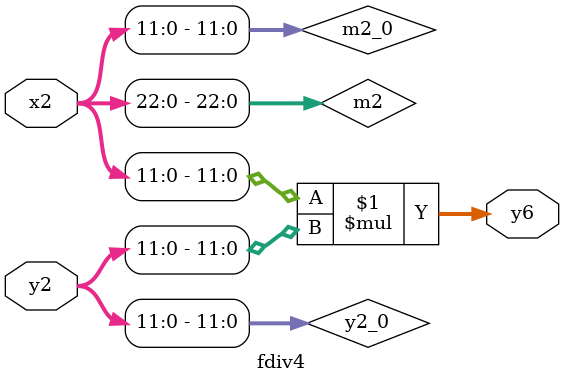
<source format=sv>
`default_nettype none

module fdiv4(
  input wire [31:0] x2,
  input wire [23:0] y2,
  output wire [23:0] y6 );

  wire [22:0] m2;
  assign m2 = x2[22:0];

  wire [11:0] m2_0, y2_0;
  assign m2_0 = m2[11:0];
  assign y2_0 = y2[11:0];

  assign y6 = m2_0 * y2_0;
endmodule

`default_nettype wire

</source>
